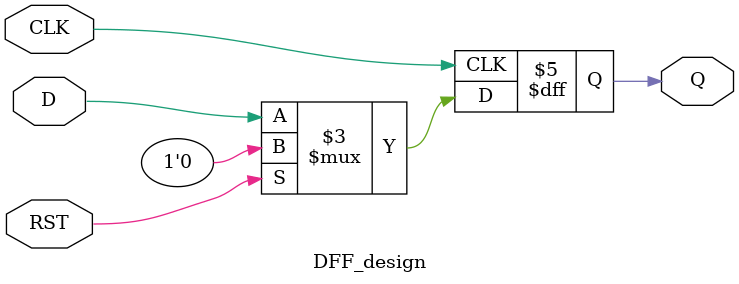
<source format=v>
module DFF_design(
    input CLK, RST, D,
    output reg Q
);
    always @(posedge CLK)
    begin
        if (RST)
            Q <= 1'b0;
        else
            Q <= D;
    end
endmodule

</source>
